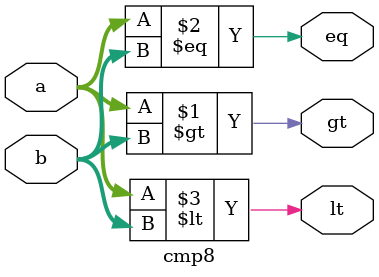
<source format=v>
module cmp8(
    input [7:0] a,
    input [7:0] b,
    output gt,
    output eq,
    output lt
);
    assign gt = (a > b);
    assign eq = (a == b);
    assign lt = (a < b);
endmodule

</source>
